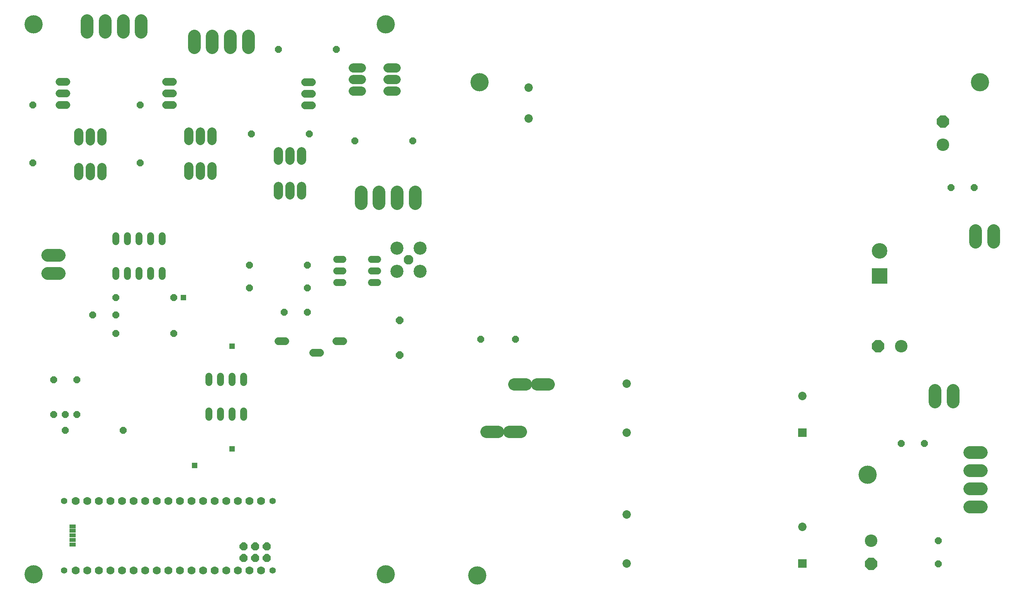
<source format=gts>
G75*
%MOIN*%
%OFA0B0*%
%FSLAX25Y25*%
%IPPOS*%
%LPD*%
%AMOC8*
5,1,8,0,0,1.08239X$1,22.5*
%
%ADD10C,0.15750*%
%ADD11C,0.07000*%
%ADD12C,0.05524*%
%ADD13R,0.05800X0.03300*%
%ADD14OC8,0.07000*%
%ADD15C,0.06000*%
%ADD16OC8,0.06400*%
%ADD17C,0.06800*%
%ADD18C,0.08300*%
%ADD19C,0.11300*%
%ADD20OC8,0.06000*%
%ADD21C,0.10839*%
%ADD22C,0.07887*%
%ADD23C,0.10800*%
%ADD24R,0.07296X0.07296*%
%ADD25C,0.07296*%
%ADD26C,0.10800*%
%ADD27OC8,0.10800*%
%ADD28R,0.13461X0.13461*%
%ADD29C,0.13461*%
%ADD30R,0.04762X0.04762*%
D10*
X0027300Y0026300D03*
X0331300Y0026300D03*
X0410300Y0025300D03*
X0747300Y0112300D03*
X0844300Y0451300D03*
X0412300Y0451300D03*
X0331300Y0501300D03*
X0027300Y0501300D03*
D11*
X0063800Y0089800D03*
X0073800Y0089800D03*
X0083800Y0089800D03*
X0093800Y0089800D03*
X0103800Y0089800D03*
X0113800Y0089800D03*
X0123800Y0089800D03*
X0133800Y0089800D03*
X0143800Y0089800D03*
X0153800Y0089800D03*
X0163800Y0089800D03*
X0173800Y0089800D03*
X0183800Y0089800D03*
X0193800Y0089800D03*
X0203800Y0089800D03*
X0213800Y0089800D03*
X0223800Y0089800D03*
X0223800Y0029800D03*
X0213800Y0029800D03*
X0203800Y0029800D03*
X0193800Y0029800D03*
X0183800Y0029800D03*
X0173800Y0029800D03*
X0163800Y0029800D03*
X0153800Y0029800D03*
X0143800Y0029800D03*
X0133800Y0029800D03*
X0123800Y0029800D03*
X0113800Y0029800D03*
X0103800Y0029800D03*
X0093800Y0029800D03*
X0083800Y0029800D03*
X0073800Y0029800D03*
X0063800Y0029800D03*
D12*
X0053800Y0029800D03*
X0053800Y0089800D03*
X0233800Y0089800D03*
X0233800Y0029800D03*
D13*
X0061200Y0052200D03*
X0061200Y0056200D03*
X0061200Y0060000D03*
X0061200Y0064000D03*
X0061200Y0067900D03*
D14*
X0208800Y0050300D03*
X0208800Y0040300D03*
X0218800Y0040300D03*
X0228800Y0040300D03*
X0228800Y0050300D03*
X0218800Y0050300D03*
D15*
X0208800Y0162200D02*
X0208800Y0167400D01*
X0198800Y0167400D02*
X0198800Y0162200D01*
X0188800Y0162200D02*
X0188800Y0167400D01*
X0178800Y0167400D02*
X0178800Y0162200D01*
X0178800Y0192200D02*
X0178800Y0197400D01*
X0188800Y0197400D02*
X0188800Y0192200D01*
X0198800Y0192200D02*
X0198800Y0197400D01*
X0208800Y0197400D02*
X0208800Y0192200D01*
X0289200Y0278300D02*
X0294400Y0278300D01*
X0294400Y0288300D02*
X0289200Y0288300D01*
X0289200Y0298300D02*
X0294400Y0298300D01*
X0319200Y0298300D02*
X0324400Y0298300D01*
X0324400Y0288300D02*
X0319200Y0288300D01*
X0319200Y0278300D02*
X0324400Y0278300D01*
X0138300Y0283700D02*
X0138300Y0288900D01*
X0128300Y0288900D02*
X0128300Y0283700D01*
X0118300Y0283700D02*
X0118300Y0288900D01*
X0108300Y0288900D02*
X0108300Y0283700D01*
X0098300Y0283700D02*
X0098300Y0288900D01*
X0098300Y0313700D02*
X0098300Y0318900D01*
X0108300Y0318900D02*
X0108300Y0313700D01*
X0118300Y0313700D02*
X0118300Y0318900D01*
X0128300Y0318900D02*
X0128300Y0313700D01*
X0138300Y0313700D02*
X0138300Y0318900D01*
D16*
X0343300Y0245800D03*
X0343300Y0215800D03*
D17*
X0294800Y0227800D02*
X0288800Y0227800D01*
X0274800Y0217800D02*
X0268800Y0217800D01*
X0244800Y0227800D02*
X0238800Y0227800D01*
X0261800Y0431300D02*
X0267800Y0431300D01*
X0267800Y0441300D02*
X0261800Y0441300D01*
X0261800Y0451300D02*
X0267800Y0451300D01*
X0147800Y0451800D02*
X0141800Y0451800D01*
X0141800Y0441800D02*
X0147800Y0441800D01*
X0147800Y0431800D02*
X0141800Y0431800D01*
X0055800Y0431800D02*
X0049800Y0431800D01*
X0049800Y0441800D02*
X0055800Y0441800D01*
X0055800Y0451800D02*
X0049800Y0451800D01*
D18*
X0351100Y0298200D03*
D19*
X0341061Y0308239D03*
X0361139Y0308239D03*
X0361139Y0288161D03*
X0341061Y0288161D03*
D20*
X0263800Y0293300D03*
X0263800Y0273800D03*
X0263800Y0252800D03*
X0243800Y0252800D03*
X0213800Y0273800D03*
X0213800Y0293300D03*
X0148300Y0265300D03*
X0098300Y0265300D03*
X0098300Y0250300D03*
X0098300Y0234300D03*
X0078300Y0250300D03*
X0148300Y0234300D03*
X0064800Y0194300D03*
X0044800Y0194300D03*
X0044800Y0164300D03*
X0054800Y0164300D03*
X0064800Y0164300D03*
X0054800Y0150800D03*
X0104800Y0150800D03*
X0413300Y0229300D03*
X0443300Y0229300D03*
X0354800Y0400800D03*
X0304800Y0400800D03*
X0265300Y0406800D03*
X0215300Y0406800D03*
X0119300Y0381800D03*
X0119300Y0431800D03*
X0026800Y0431800D03*
X0026800Y0381800D03*
X0238800Y0479800D03*
X0288800Y0479800D03*
X0819300Y0360300D03*
X0839300Y0360300D03*
X0796300Y0139300D03*
X0776300Y0139300D03*
X0808300Y0055300D03*
X0808300Y0035300D03*
D21*
X0835280Y0084914D02*
X0845320Y0084914D01*
X0845320Y0100505D02*
X0835280Y0100505D01*
X0835280Y0116095D02*
X0845320Y0116095D01*
X0845320Y0131686D02*
X0835280Y0131686D01*
X0821095Y0175280D02*
X0821095Y0185320D01*
X0805505Y0185320D02*
X0805505Y0175280D01*
X0840505Y0313280D02*
X0840505Y0323320D01*
X0856095Y0323320D02*
X0856095Y0313280D01*
X0356686Y0346780D02*
X0356686Y0356820D01*
X0341095Y0356820D02*
X0341095Y0346780D01*
X0325505Y0346780D02*
X0325505Y0356820D01*
X0309914Y0356820D02*
X0309914Y0346780D01*
X0212686Y0481280D02*
X0212686Y0491320D01*
X0197095Y0491320D02*
X0197095Y0481280D01*
X0181505Y0481280D02*
X0181505Y0491320D01*
X0165914Y0491320D02*
X0165914Y0481280D01*
X0120186Y0494780D02*
X0120186Y0504820D01*
X0104595Y0504820D02*
X0104595Y0494780D01*
X0089005Y0494780D02*
X0089005Y0504820D01*
X0073414Y0504820D02*
X0073414Y0494780D01*
X0049320Y0302095D02*
X0039280Y0302095D01*
X0039280Y0286505D02*
X0049320Y0286505D01*
D22*
X0066300Y0370757D02*
X0066300Y0377843D01*
X0076300Y0377843D02*
X0076300Y0370757D01*
X0086300Y0370757D02*
X0086300Y0377843D01*
X0086300Y0400757D02*
X0086300Y0407843D01*
X0076300Y0407843D02*
X0076300Y0400757D01*
X0066300Y0400757D02*
X0066300Y0407843D01*
X0161300Y0408343D02*
X0161300Y0401257D01*
X0171300Y0401257D02*
X0171300Y0408343D01*
X0181300Y0408343D02*
X0181300Y0401257D01*
X0181300Y0378343D02*
X0181300Y0371257D01*
X0171300Y0371257D02*
X0171300Y0378343D01*
X0161300Y0378343D02*
X0161300Y0371257D01*
X0238800Y0361343D02*
X0238800Y0354257D01*
X0248800Y0354257D02*
X0248800Y0361343D01*
X0258800Y0361343D02*
X0258800Y0354257D01*
X0258800Y0384257D02*
X0258800Y0391343D01*
X0248800Y0391343D02*
X0248800Y0384257D01*
X0238800Y0384257D02*
X0238800Y0391343D01*
X0303257Y0443800D02*
X0310343Y0443800D01*
X0310343Y0453800D02*
X0303257Y0453800D01*
X0303257Y0463800D02*
X0310343Y0463800D01*
X0333257Y0463800D02*
X0340343Y0463800D01*
X0340343Y0453800D02*
X0333257Y0453800D01*
X0333257Y0443800D02*
X0340343Y0443800D01*
D23*
X0442457Y0190300D02*
X0452457Y0190300D01*
X0462143Y0190300D02*
X0472143Y0190300D01*
X0448143Y0149300D02*
X0438143Y0149300D01*
X0428457Y0149300D02*
X0418457Y0149300D01*
D24*
X0691048Y0148883D03*
X0691048Y0035883D03*
D25*
X0691048Y0067379D03*
X0539473Y0078206D03*
X0539473Y0035883D03*
X0539473Y0148883D03*
X0539473Y0191206D03*
X0691048Y0180379D03*
X0454709Y0420040D03*
X0454709Y0446615D03*
D26*
X0812300Y0397300D03*
X0776300Y0223300D03*
X0750300Y0055300D03*
D27*
X0750300Y0035300D03*
X0756300Y0223300D03*
X0812300Y0417300D03*
D28*
X0757859Y0284213D03*
D29*
X0757859Y0305867D03*
D30*
X0198800Y0223300D03*
X0156800Y0265300D03*
X0198800Y0134800D03*
X0166300Y0120300D03*
M02*

</source>
